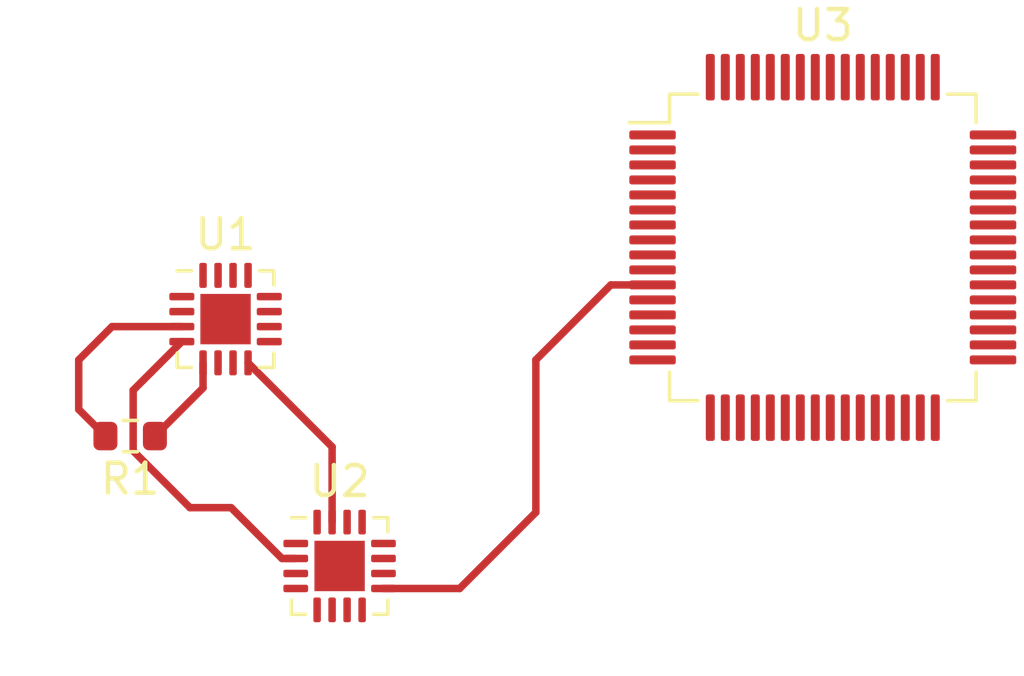
<source format=kicad_pcb>
(kicad_pcb (version 20221018) (generator pcbnew)
  (layers (0 "F.Cu" signal) (31 "B.Cu" signal) (34 "B.Paste" user) (35 "F.Paste" user) (36 "B.SilkS" user "B.Silkscreen") (37 "F.SilkS" user "F.Silkscreen") (38 "B.Mask" user) (39 "F.Mask" user) (44 "Edge.Cuts" user))
  (net 0 "")
  (net 14 "Net-(U1-GPIO{slash}SDO)")
  (net 15 "Net-(U1-OUT2)")
  (net 16 "Net-(U1-FB2)")
  (net 17 "Net-(U1-SDA{slash}SCLK)")
  (net 32 "Net-(U2-SS{slash}TR)")
  (footprint "Package_DFN_QFN:VQFN-16-1EP_3x3mm_P0.5mm_EP1.68x1.68mm" (layer "F.Cu") (at 54.4175 37.35)
    (fp_text reference "U2" (at 0 -2.82) (layer "F.SilkS"))
    (fp_text value "TPS62151")
    (fp_line (start -1.61 1.61) (end -1.61 1.135) (stroke (width 0.12)) (layer "F.SilkS"))
    (fp_line (start -1.135 -1.61) (end -1.61 -1.61) (stroke (width 0.12)) (layer "F.SilkS"))
    (fp_line (start -1.135 1.61) (end -1.61 1.61) (stroke (width 0.12)) (layer "F.SilkS"))
    (fp_line (start 1.135 -1.61) (end 1.61 -1.61) (stroke (width 0.12)) (layer "F.SilkS"))
    (fp_line (start 1.135 1.61) (end 1.61 1.61) (stroke (width 0.12)) (layer "F.SilkS"))
    (fp_line (start 1.61 -1.61) (end 1.61 -1.135) (stroke (width 0.12)) (layer "F.SilkS"))
    (fp_line (start 1.61 1.61) (end 1.61 1.135) (stroke (width 0.12)) (layer "F.SilkS"))
    (pad "1" smd roundrect (at -1.4625 -0.75) (size 0.825 0.25) (layers "F.Cu" "F.Paste" "F.Mask"))
    (pad "2" smd roundrect (at -1.4625 -0.25) (size 0.825 0.25) (layers "F.Cu" "F.Paste" "F.Mask") (net 16 "Net-(U1-FB2)"))
    (pad "3" smd roundrect (at -1.4625 0.25) (size 0.825 0.25) (layers "F.Cu" "F.Paste" "F.Mask"))
    (pad "4" smd roundrect (at -1.4625 0.75) (size 0.825 0.25) (layers "F.Cu" "F.Paste" "F.Mask"))
    (pad "5" smd roundrect (at -0.75 1.4625) (size 0.25 0.825) (layers "F.Cu" "F.Paste" "F.Mask"))
    (pad "6" smd roundrect (at -0.25 1.4625) (size 0.25 0.825) (layers "F.Cu" "F.Paste" "F.Mask"))
    (pad "7" smd roundrect (at 0.25 1.4625) (size 0.25 0.825) (layers "F.Cu" "F.Paste" "F.Mask"))
    (pad "8" smd roundrect (at 0.75 1.4625) (size 0.25 0.825) (layers "F.Cu" "F.Paste" "F.Mask"))
    (pad "9" smd roundrect (at 1.4625 0.75) (size 0.825 0.25) (layers "F.Cu" "F.Paste" "F.Mask") (net 32 "Net-(U2-SS{slash}TR)"))
    (pad "10" smd roundrect (at 1.4625 0.25) (size 0.825 0.25) (layers "F.Cu" "F.Paste" "F.Mask"))
    (pad "11" smd roundrect (at 1.4625 -0.25) (size 0.825 0.25) (layers "F.Cu" "F.Paste" "F.Mask"))
    (pad "12" smd roundrect (at 1.4625 -0.75) (size 0.825 0.25) (layers "F.Cu" "F.Paste" "F.Mask"))
    (pad "13" smd roundrect (at 0.75 -1.4625) (size 0.25 0.825) (layers "F.Cu" "F.Paste" "F.Mask"))
    (pad "14" smd roundrect (at 0.25 -1.4625) (size 0.25 0.825) (layers "F.Cu" "F.Paste" "F.Mask"))
    (pad "15" smd roundrect (at -0.25 -1.4625) (size 0.25 0.825) (layers "F.Cu" "F.Paste" "F.Mask") (net 17 "Net-(U1-SDA{slash}SCLK)"))
    (pad "16" smd roundrect (at -0.75 -1.4625) (size 0.25 0.825) (layers "F.Cu" "F.Paste" "F.Mask"))
    (pad "17" smd rect (at 0 0) (size 1.68 1.68) (layers "F.Cu" "F.Mask"))
  )
  (footprint "Resistor_SMD:R_0603_1608Metric" (layer "F.Cu") (at 47.435 33.02 180)
    (fp_text reference "R1" (at 0 -1.43) (layer "F.SilkS"))
    (fp_text value "R0603_470")
    (fp_line (start -0.237258 -0.5225) (end 0.237258 -0.5225) (stroke (width 0.12)) (layer "F.SilkS"))
    (fp_line (start -0.237258 0.5225) (end 0.237258 0.5225) (stroke (width 0.12)) (layer "F.SilkS"))
    (pad "1" smd roundrect (at -0.825 0 180) (size 0.8 0.95) (layers "F.Cu" "F.Paste" "F.Mask") (net 14 "Net-(U1-GPIO{slash}SDO)"))
    (pad "2" smd roundrect (at 0.825 0 180) (size 0.8 0.95) (layers "F.Cu" "F.Paste" "F.Mask") (net 15 "Net-(U1-OUT2)"))
  )
  (footprint "Package_QFP:LQFP-64_10x10mm_P0.5mm" (layer "F.Cu") (at 70.525 26.73)
    (fp_text reference "U3" (at 0 -7.4) (layer "F.SilkS"))
    (fp_text value "ADS8584S")
    (fp_line (start -5.11 -5.11) (end -5.11 -4.16) (stroke (width 0.12)) (layer "F.SilkS"))
    (fp_line (start -5.11 -4.16) (end -6.45 -4.16) (stroke (width 0.12)) (layer "F.SilkS"))
    (fp_line (start -5.11 5.11) (end -5.11 4.16) (stroke (width 0.12)) (layer "F.SilkS"))
    (fp_line (start -4.16 -5.11) (end -5.11 -5.11) (stroke (width 0.12)) (layer "F.SilkS"))
    (fp_line (start -4.16 5.11) (end -5.11 5.11) (stroke (width 0.12)) (layer "F.SilkS"))
    (fp_line (start 4.16 -5.11) (end 5.11 -5.11) (stroke (width 0.12)) (layer "F.SilkS"))
    (fp_line (start 4.16 5.11) (end 5.11 5.11) (stroke (width 0.12)) (layer "F.SilkS"))
    (fp_line (start 5.11 -5.11) (end 5.11 -4.16) (stroke (width 0.12)) (layer "F.SilkS"))
    (fp_line (start 5.11 5.11) (end 5.11 4.16) (stroke (width 0.12)) (layer "F.SilkS"))
    (pad "1" smd roundrect (at -5.675 -3.75) (size 1.55 0.3) (layers "F.Cu" "F.Paste" "F.Mask"))
    (pad "2" smd roundrect (at -5.675 -3.25) (size 1.55 0.3) (layers "F.Cu" "F.Paste" "F.Mask"))
    (pad "3" smd roundrect (at -5.675 -2.75) (size 1.55 0.3) (layers "F.Cu" "F.Paste" "F.Mask"))
    (pad "4" smd roundrect (at -5.675 -2.25) (size 1.55 0.3) (layers "F.Cu" "F.Paste" "F.Mask"))
    (pad "5" smd roundrect (at -5.675 -1.75) (size 1.55 0.3) (layers "F.Cu" "F.Paste" "F.Mask"))
    (pad "6" smd roundrect (at -5.675 -1.25) (size 1.55 0.3) (layers "F.Cu" "F.Paste" "F.Mask"))
    (pad "7" smd roundrect (at -5.675 -0.75) (size 1.55 0.3) (layers "F.Cu" "F.Paste" "F.Mask"))
    (pad "8" smd roundrect (at -5.675 -0.25) (size 1.55 0.3) (layers "F.Cu" "F.Paste" "F.Mask"))
    (pad "9" smd roundrect (at -5.675 0.25) (size 1.55 0.3) (layers "F.Cu" "F.Paste" "F.Mask"))
    (pad "10" smd roundrect (at -5.675 0.75) (size 1.55 0.3) (layers "F.Cu" "F.Paste" "F.Mask"))
    (pad "11" smd roundrect (at -5.675 1.25) (size 1.55 0.3) (layers "F.Cu" "F.Paste" "F.Mask") (net 32 "Net-(U2-SS{slash}TR)"))
    (pad "12" smd roundrect (at -5.675 1.75) (size 1.55 0.3) (layers "F.Cu" "F.Paste" "F.Mask"))
    (pad "13" smd roundrect (at -5.675 2.25) (size 1.55 0.3) (layers "F.Cu" "F.Paste" "F.Mask"))
    (pad "14" smd roundrect (at -5.675 2.75) (size 1.55 0.3) (layers "F.Cu" "F.Paste" "F.Mask"))
    (pad "15" smd roundrect (at -5.675 3.25) (size 1.55 0.3) (layers "F.Cu" "F.Paste" "F.Mask"))
    (pad "16" smd roundrect (at -5.675 3.75) (size 1.55 0.3) (layers "F.Cu" "F.Paste" "F.Mask"))
    (pad "17" smd roundrect (at -3.75 5.675) (size 0.3 1.55) (layers "F.Cu" "F.Paste" "F.Mask"))
    (pad "18" smd roundrect (at -3.25 5.675) (size 0.3 1.55) (layers "F.Cu" "F.Paste" "F.Mask"))
    (pad "19" smd roundrect (at -2.75 5.675) (size 0.3 1.55) (layers "F.Cu" "F.Paste" "F.Mask"))
    (pad "20" smd roundrect (at -2.25 5.675) (size 0.3 1.55) (layers "F.Cu" "F.Paste" "F.Mask"))
    (pad "21" smd roundrect (at -1.75 5.675) (size 0.3 1.55) (layers "F.Cu" "F.Paste" "F.Mask"))
    (pad "22" smd roundrect (at -1.25 5.675) (size 0.3 1.55) (layers "F.Cu" "F.Paste" "F.Mask"))
    (pad "23" smd roundrect (at -0.75 5.675) (size 0.3 1.55) (layers "F.Cu" "F.Paste" "F.Mask"))
    (pad "24" smd roundrect (at -0.25 5.675) (size 0.3 1.55) (layers "F.Cu" "F.Paste" "F.Mask"))
    (pad "25" smd roundrect (at 0.25 5.675) (size 0.3 1.55) (layers "F.Cu" "F.Paste" "F.Mask"))
    (pad "26" smd roundrect (at 0.75 5.675) (size 0.3 1.55) (layers "F.Cu" "F.Paste" "F.Mask"))
    (pad "27" smd roundrect (at 1.25 5.675) (size 0.3 1.55) (layers "F.Cu" "F.Paste" "F.Mask"))
    (pad "28" smd roundrect (at 1.75 5.675) (size 0.3 1.55) (layers "F.Cu" "F.Paste" "F.Mask"))
    (pad "29" smd roundrect (at 2.25 5.675) (size 0.3 1.55) (layers "F.Cu" "F.Paste" "F.Mask"))
    (pad "30" smd roundrect (at 2.75 5.675) (size 0.3 1.55) (layers "F.Cu" "F.Paste" "F.Mask"))
    (pad "31" smd roundrect (at 3.25 5.675) (size 0.3 1.55) (layers "F.Cu" "F.Paste" "F.Mask"))
    (pad "32" smd roundrect (at 3.75 5.675) (size 0.3 1.55) (layers "F.Cu" "F.Paste" "F.Mask"))
    (pad "33" smd roundrect (at 5.675 3.75) (size 1.55 0.3) (layers "F.Cu" "F.Paste" "F.Mask"))
    (pad "34" smd roundrect (at 5.675 3.25) (size 1.55 0.3) (layers "F.Cu" "F.Paste" "F.Mask"))
    (pad "35" smd roundrect (at 5.675 2.75) (size 1.55 0.3) (layers "F.Cu" "F.Paste" "F.Mask"))
    (pad "36" smd roundrect (at 5.675 2.25) (size 1.55 0.3) (layers "F.Cu" "F.Paste" "F.Mask"))
    (pad "37" smd roundrect (at 5.675 1.75) (size 1.55 0.3) (layers "F.Cu" "F.Paste" "F.Mask"))
    (pad "38" smd roundrect (at 5.675 1.25) (size 1.55 0.3) (layers "F.Cu" "F.Paste" "F.Mask"))
    (pad "39" smd roundrect (at 5.675 0.75) (size 1.55 0.3) (layers "F.Cu" "F.Paste" "F.Mask"))
    (pad "40" smd roundrect (at 5.675 0.25) (size 1.55 0.3) (layers "F.Cu" "F.Paste" "F.Mask"))
    (pad "41" smd roundrect (at 5.675 -0.25) (size 1.55 0.3) (layers "F.Cu" "F.Paste" "F.Mask"))
    (pad "42" smd roundrect (at 5.675 -0.75) (size 1.55 0.3) (layers "F.Cu" "F.Paste" "F.Mask"))
    (pad "43" smd roundrect (at 5.675 -1.25) (size 1.55 0.3) (layers "F.Cu" "F.Paste" "F.Mask"))
    (pad "44" smd roundrect (at 5.675 -1.75) (size 1.55 0.3) (layers "F.Cu" "F.Paste" "F.Mask"))
    (pad "45" smd roundrect (at 5.675 -2.25) (size 1.55 0.3) (layers "F.Cu" "F.Paste" "F.Mask"))
    (pad "46" smd roundrect (at 5.675 -2.75) (size 1.55 0.3) (layers "F.Cu" "F.Paste" "F.Mask"))
    (pad "47" smd roundrect (at 5.675 -3.25) (size 1.55 0.3) (layers "F.Cu" "F.Paste" "F.Mask"))
    (pad "48" smd roundrect (at 5.675 -3.75) (size 1.55 0.3) (layers "F.Cu" "F.Paste" "F.Mask"))
    (pad "49" smd roundrect (at 3.75 -5.675) (size 0.3 1.55) (layers "F.Cu" "F.Paste" "F.Mask"))
    (pad "50" smd roundrect (at 3.25 -5.675) (size 0.3 1.55) (layers "F.Cu" "F.Paste" "F.Mask"))
    (pad "51" smd roundrect (at 2.75 -5.675) (size 0.3 1.55) (layers "F.Cu" "F.Paste" "F.Mask"))
    (pad "52" smd roundrect (at 2.25 -5.675) (size 0.3 1.55) (layers "F.Cu" "F.Paste" "F.Mask"))
    (pad "53" smd roundrect (at 1.75 -5.675) (size 0.3 1.55) (layers "F.Cu" "F.Paste" "F.Mask"))
    (pad "54" smd roundrect (at 1.25 -5.675) (size 0.3 1.55) (layers "F.Cu" "F.Paste" "F.Mask"))
    (pad "55" smd roundrect (at 0.75 -5.675) (size 0.3 1.55) (layers "F.Cu" "F.Paste" "F.Mask"))
    (pad "56" smd roundrect (at 0.25 -5.675) (size 0.3 1.55) (layers "F.Cu" "F.Paste" "F.Mask"))
    (pad "57" smd roundrect (at -0.25 -5.675) (size 0.3 1.55) (layers "F.Cu" "F.Paste" "F.Mask"))
    (pad "58" smd roundrect (at -0.75 -5.675) (size 0.3 1.55) (layers "F.Cu" "F.Paste" "F.Mask"))
    (pad "59" smd roundrect (at -1.25 -5.675) (size 0.3 1.55) (layers "F.Cu" "F.Paste" "F.Mask"))
    (pad "60" smd roundrect (at -1.75 -5.675) (size 0.3 1.55) (layers "F.Cu" "F.Paste" "F.Mask"))
    (pad "61" smd roundrect (at -2.25 -5.675) (size 0.3 1.55) (layers "F.Cu" "F.Paste" "F.Mask"))
    (pad "62" smd roundrect (at -2.75 -5.675) (size 0.3 1.55) (layers "F.Cu" "F.Paste" "F.Mask"))
    (pad "63" smd roundrect (at -3.25 -5.675) (size 0.3 1.55) (layers "F.Cu" "F.Paste" "F.Mask"))
    (pad "64" smd roundrect (at -3.75 -5.675) (size 0.3 1.55) (layers "F.Cu" "F.Paste" "F.Mask"))
  )
  (footprint "Package_DFN_QFN:WQFN-16-1EP_3x3mm_P0.5mm_EP1.68x1.68mm" (layer "F.Cu") (at 50.615 29.12)
    (fp_text reference "U1" (at 0 -2.82) (layer "F.SilkS"))
    (fp_text value "DAC63004RTET")
    (fp_line (start -1.61 1.61) (end -1.61 1.135) (stroke (width 0.12)) (layer "F.SilkS"))
    (fp_line (start -1.135 -1.61) (end -1.61 -1.61) (stroke (width 0.12)) (layer "F.SilkS"))
    (fp_line (start -1.135 1.61) (end -1.61 1.61) (stroke (width 0.12)) (layer "F.SilkS"))
    (fp_line (start 1.135 -1.61) (end 1.61 -1.61) (stroke (width 0.12)) (layer "F.SilkS"))
    (fp_line (start 1.135 1.61) (end 1.61 1.61) (stroke (width 0.12)) (layer "F.SilkS"))
    (fp_line (start 1.61 -1.61) (end 1.61 -1.135) (stroke (width 0.12)) (layer "F.SilkS"))
    (fp_line (start 1.61 1.61) (end 1.61 1.135) (stroke (width 0.12)) (layer "F.SilkS"))
    (pad "1" smd roundrect (at -1.4575 -0.75) (size 0.835 0.25) (layers "F.Cu" "F.Paste" "F.Mask"))
    (pad "2" smd roundrect (at -1.4575 -0.25) (size 0.835 0.25) (layers "F.Cu" "F.Paste" "F.Mask"))
    (pad "3" smd roundrect (at -1.4575 0.25) (size 0.835 0.25) (layers "F.Cu" "F.Paste" "F.Mask") (net 15 "Net-(U1-OUT2)"))
    (pad "4" smd roundrect (at -1.4575 0.75) (size 0.835 0.25) (layers "F.Cu" "F.Paste" "F.Mask") (net 16 "Net-(U1-FB2)"))
    (pad "5" smd roundrect (at -0.75 1.4575) (size 0.25 0.835) (layers "F.Cu" "F.Paste" "F.Mask") (net 14 "Net-(U1-GPIO{slash}SDO)"))
    (pad "6" smd roundrect (at -0.25 1.4575) (size 0.25 0.835) (layers "F.Cu" "F.Paste" "F.Mask"))
    (pad "7" smd roundrect (at 0.25 1.4575) (size 0.25 0.835) (layers "F.Cu" "F.Paste" "F.Mask"))
    (pad "8" smd roundrect (at 0.75 1.4575) (size 0.25 0.835) (layers "F.Cu" "F.Paste" "F.Mask") (net 17 "Net-(U1-SDA{slash}SCLK)"))
    (pad "9" smd roundrect (at 1.4575 0.75) (size 0.835 0.25) (layers "F.Cu" "F.Paste" "F.Mask"))
    (pad "10" smd roundrect (at 1.4575 0.25) (size 0.835 0.25) (layers "F.Cu" "F.Paste" "F.Mask"))
    (pad "11" smd roundrect (at 1.4575 -0.25) (size 0.835 0.25) (layers "F.Cu" "F.Paste" "F.Mask"))
    (pad "12" smd roundrect (at 1.4575 -0.75) (size 0.835 0.25) (layers "F.Cu" "F.Paste" "F.Mask"))
    (pad "13" smd roundrect (at 0.75 -1.4575) (size 0.25 0.835) (layers "F.Cu" "F.Paste" "F.Mask"))
    (pad "14" smd roundrect (at 0.25 -1.4575) (size 0.25 0.835) (layers "F.Cu" "F.Paste" "F.Mask"))
    (pad "15" smd roundrect (at -0.25 -1.4575) (size 0.25 0.835) (layers "F.Cu" "F.Paste" "F.Mask"))
    (pad "16" smd roundrect (at -0.75 -1.4575) (size 0.25 0.835) (layers "F.Cu" "F.Paste" "F.Mask"))
    (pad "17" smd rect (at 0 0) (size 1.68 1.68) (layers "F.Cu" "F.Mask"))
  )
  (segment (start 48.26 33.02) (end 49.865 31.415) (width 0.25) (layer "F.Cu") (net 14))
  (segment (start 49.865 31.415) (end 49.865 30.5775) (width 0.25) (layer "F.Cu") (net 14))
  (segment (start 46.83 29.37) (end 45.72 30.48) (width 0.25) (layer "F.Cu") (net 15))
  (segment (start 45.72 30.48) (end 45.72 32.13) (width 0.25) (layer "F.Cu") (net 15))
  (segment (start 45.72 32.13) (end 46.61 33.02) (width 0.25) (layer "F.Cu") (net 15))
  (segment (start 49.1575 29.37) (end 46.83 29.37) (width 0.25) (layer "F.Cu") (net 15))
  (segment (start 52.955 37.1) (end 52.494492 37.1) (width 0.25) (layer "F.Cu") (net 16))
  (segment (start 49.428046 35.405508) (end 47.535 33.512462) (width 0.25) (layer "F.Cu") (net 16))
  (segment (start 47.535 31.4925) (end 49.1575 29.87) (width 0.25) (layer "F.Cu") (net 16))
  (segment (start 47.535 33.512462) (end 47.535 31.4925) (width 0.25) (layer "F.Cu") (net 16))
  (segment (start 50.8 35.405508) (end 49.428046 35.405508) (width 0.25) (layer "F.Cu") (net 16))
  (segment (start 52.494492 37.1) (end 50.8 35.405508) (width 0.25) (layer "F.Cu") (net 16))
  (segment (start 54.1675 33.38) (end 51.365 30.5775) (width 0.25) (layer "F.Cu") (net 17))
  (segment (start 54.1675 35.8875) (end 54.1675 33.38) (width 0.25) (layer "F.Cu") (net 17))
  (segment (start 55.88 38.1) (end 58.42 38.1) (width 0.25) (layer "F.Cu") (net 32))
  (segment (start 58.42 38.1) (end 60.96 35.56) (width 0.25) (layer "F.Cu") (net 32))
  (segment (start 63.46 27.98) (end 64.85 27.98) (width 0.25) (layer "F.Cu") (net 32))
  (segment (start 60.96 35.56) (end 60.96 30.48) (width 0.25) (layer "F.Cu") (net 32))
  (segment (start 60.96 30.48) (end 63.46 27.98) (width 0.25) (layer "F.Cu") (net 32))
)
</source>
